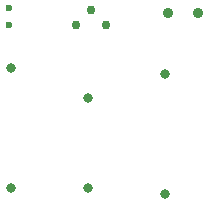
<source format=gbr>
%TF.GenerationSoftware,KiCad,Pcbnew,9.0.4*%
%TF.CreationDate,2025-12-02T16:48:39+05:30*%
%TF.ProjectId,Eg,45672e6b-6963-4616-945f-706362585858,rev?*%
%TF.SameCoordinates,Original*%
%TF.FileFunction,Plated,1,2,PTH,Drill*%
%TF.FilePolarity,Positive*%
%FSLAX46Y46*%
G04 Gerber Fmt 4.6, Leading zero omitted, Abs format (unit mm)*
G04 Created by KiCad (PCBNEW 9.0.4) date 2025-12-02 16:48:39*
%MOMM*%
%LPD*%
G01*
G04 APERTURE LIST*
%TA.AperFunction,ComponentDrill*%
%ADD10C,0.600000*%
%TD*%
%TA.AperFunction,ComponentDrill*%
%ADD11C,0.750000*%
%TD*%
%TA.AperFunction,ComponentDrill*%
%ADD12C,0.800000*%
%TD*%
%TA.AperFunction,ComponentDrill*%
%ADD13C,0.900000*%
%TD*%
G04 APERTURE END LIST*
D10*
%TO.C,C1*%
X143000000Y-96777401D03*
X143000000Y-98277401D03*
D11*
%TO.C,Q1*%
X148750000Y-98250000D03*
X150020000Y-96980000D03*
X151290000Y-98250000D03*
D12*
%TO.C,R2*%
X143250000Y-101920000D03*
X143250000Y-112080000D03*
%TO.C,R1*%
X149750000Y-104440000D03*
X149750000Y-112060000D03*
%TO.C,R3*%
X156250000Y-102420000D03*
X156250000Y-112580000D03*
D13*
%TO.C,D1*%
X156500000Y-97250000D03*
X159040000Y-97250000D03*
M02*

</source>
